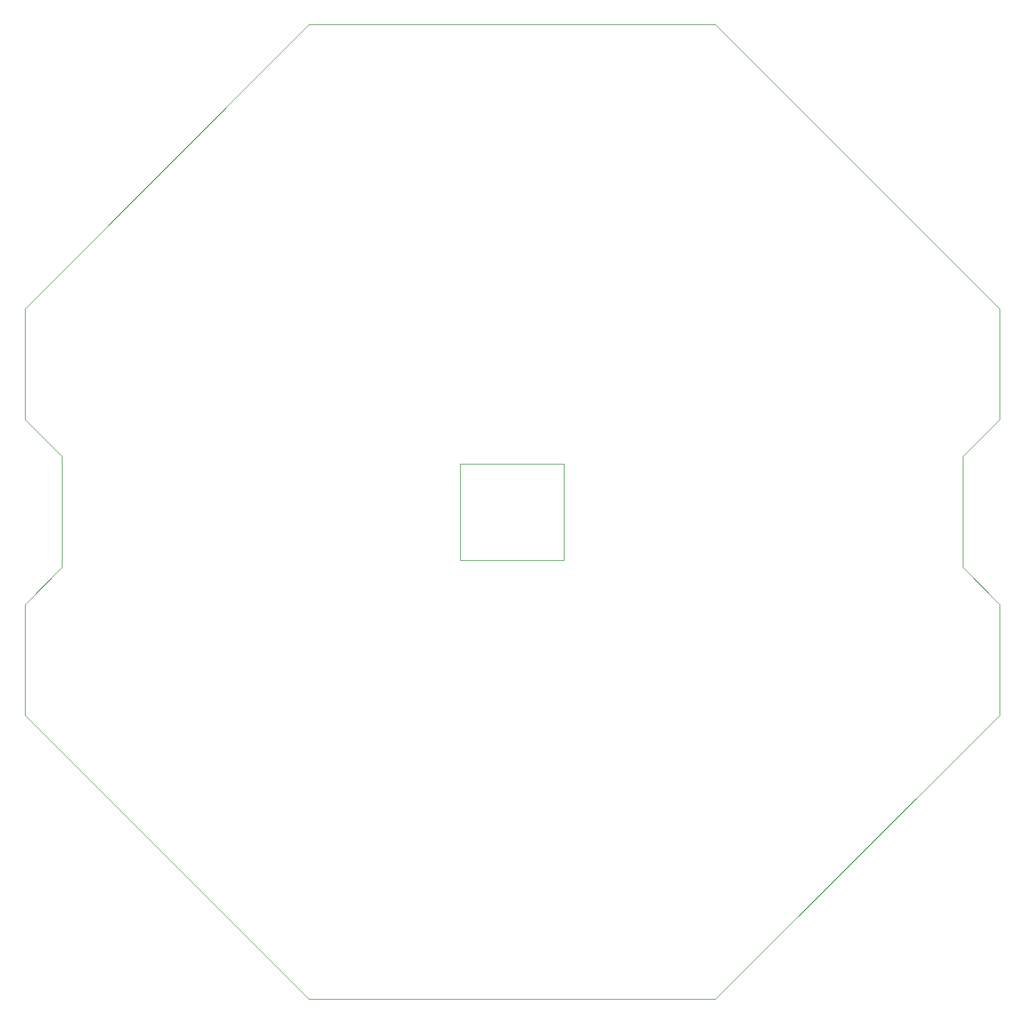
<source format=gm1>
%TF.GenerationSoftware,KiCad,Pcbnew,7.0.9*%
%TF.CreationDate,2023-12-29T02:13:22+01:00*%
%TF.ProjectId,bohlebots-rpi-cm4-carrier,626f686c-6562-46f7-9473-2d7270692d63,v01*%
%TF.SameCoordinates,Original*%
%TF.FileFunction,Profile,NP*%
%FSLAX46Y46*%
G04 Gerber Fmt 4.6, Leading zero omitted, Abs format (unit mm)*
G04 Created by KiCad (PCBNEW 7.0.9) date 2023-12-29 02:13:22*
%MOMM*%
%LPD*%
G01*
G04 APERTURE LIST*
%TA.AperFunction,Profile*%
%ADD10C,0.100000*%
%TD*%
G04 APERTURE END LIST*
D10*
X133000000Y-39500000D02*
X78000000Y-39500000D01*
X133000000Y-171500000D02*
X171500000Y-133000000D01*
X166500000Y-98000000D02*
X166500000Y-105500000D01*
X171500000Y-118000000D02*
X166500000Y-113000000D01*
X171500000Y-78000000D02*
X171500000Y-93000000D01*
X39500000Y-93000000D02*
X44500000Y-98000000D01*
X171500000Y-93000000D02*
X166500000Y-98000000D01*
X44500000Y-113000000D02*
X44500000Y-105500000D01*
X98500000Y-112000000D02*
X112500000Y-112000000D01*
X78000000Y-171500000D02*
X39500000Y-133000000D01*
X171500000Y-78000000D02*
X133000000Y-39500000D01*
X44500000Y-98000000D02*
X44500000Y-105500000D01*
X166500000Y-113000000D02*
X166500000Y-105500000D01*
X171500000Y-133000000D02*
X171500000Y-118000000D01*
X98500000Y-99000000D02*
X98500000Y-112000000D01*
X78000000Y-39500000D02*
X39500000Y-78000000D01*
X39500000Y-118000000D02*
X44500000Y-113000000D01*
X78000000Y-171500000D02*
X133000000Y-171500000D01*
X39500000Y-78000000D02*
X39500000Y-93000000D01*
X112500000Y-99000000D02*
X98500000Y-99000000D01*
X39500000Y-133000000D02*
X39500000Y-118000000D01*
X112500000Y-112000000D02*
X112500000Y-99000000D01*
M02*

</source>
